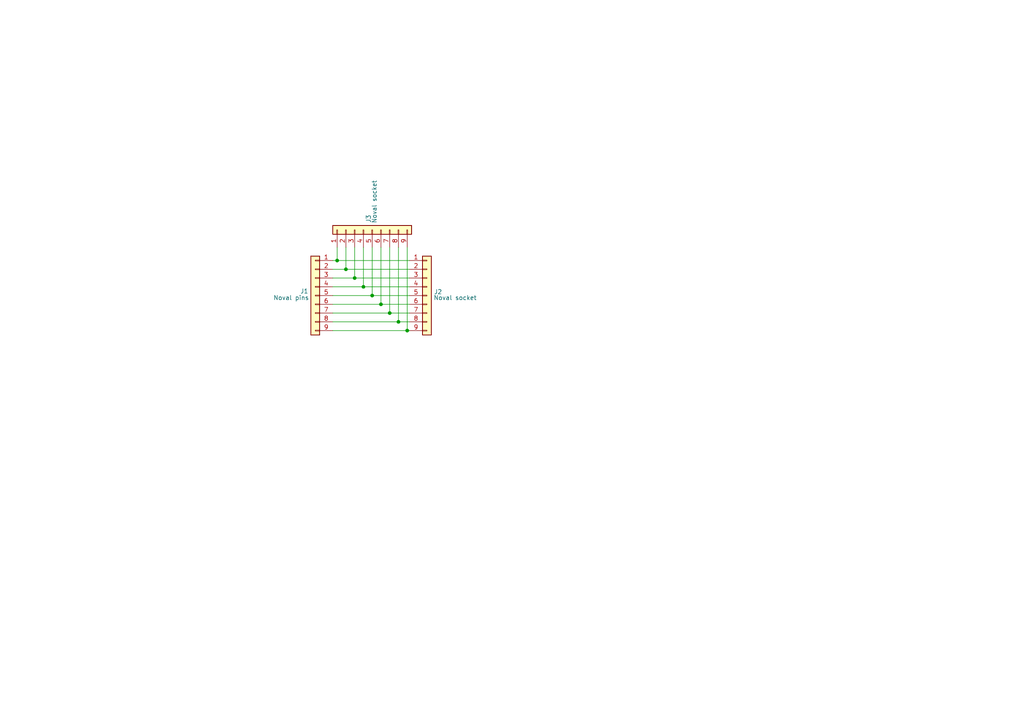
<source format=kicad_sch>
(kicad_sch (version 20230121) (generator eeschema)
  (paper "A4")
  (lib_symbols
    (symbol "Connector_Generic:Conn_01x09" (pin_names (offset 1.016) hide)
      (property "Reference" "J" (at 0 12.7 0))
      (property "Value" "Conn_01x09" (at 0 -12.7 0))
      (symbol "Conn_01x09_1_1"
        (rectangle (start -1.27 -10.033) (end 0 -10.287) (stroke (width 0.1524)))
        (rectangle (start -1.27 -7.493) (end 0 -7.747) (stroke (width 0.1524)))
        (rectangle (start -1.27 -4.953) (end 0 -5.207) (stroke (width 0.1524)))
        (rectangle (start -1.27 -2.413) (end 0 -2.667) (stroke (width 0.1524)))
        (rectangle (start -1.27 0.127) (end 0 -0.127) (stroke (width 0.1524)))
        (rectangle (start -1.27 2.667) (end 0 2.413) (stroke (width 0.1524)))
        (rectangle (start -1.27 5.207) (end 0 4.953) (stroke (width 0.1524)))
        (rectangle (start -1.27 7.747) (end 0 7.493) (stroke (width 0.1524)))
        (rectangle (start -1.27 10.287) (end 0 10.033) (stroke (width 0.1524)))
        (rectangle (start -1.27 11.43) (end 1.27 -11.43) (stroke (width 0.254)) (fill (type background)))
        (pin passive line (at -5.08 10.16 0) (length 3.81) (name "Pin_1") (number "1"))
        (pin passive line (at -5.08 7.62 0) (length 3.81) (name "Pin_2") (number "2"))
        (pin passive line (at -5.08 5.08 0) (length 3.81) (name "Pin_3") (number "3"))
        (pin passive line (at -5.08 2.54 0) (length 3.81) (name "Pin_4") (number "4"))
        (pin passive line (at -5.08 0 0) (length 3.81) (name "Pin_5") (number "5"))
        (pin passive line (at -5.08 -2.54 0) (length 3.81) (name "Pin_6") (number "6"))
        (pin passive line (at -5.08 -5.08 0) (length 3.81) (name "Pin_7") (number "7"))
        (pin passive line (at -5.08 -7.62 0) (length 3.81) (name "Pin_8") (number "8"))
        (pin passive line (at -5.08 -10.16 0) (length 3.81) (name "Pin_9") (number "9"))
      )
    )
  )
  (junction (at 118.11 95.885))
  (junction (at 113.03 90.805))
  (junction (at 107.95 85.725))
  (junction (at 110.49 88.265))
  (junction (at 115.57 93.345))
  (junction (at 105.41 83.185))
  (junction (at 97.79 75.565))
  (junction (at 100.33 78.105))
  (junction (at 102.87 80.645))
  (wire (pts (xy 102.87 71.755) (xy 102.87 80.645)))
  (wire (pts (xy 96.52 93.345) (xy 115.57 93.345)))
  (wire (pts (xy 115.57 71.755) (xy 115.57 93.345)))
  (wire (pts (xy 96.52 75.565) (xy 97.79 75.565)))
  (wire (pts (xy 100.33 78.105) (xy 118.745 78.105)))
  (wire (pts (xy 102.87 80.645) (xy 118.745 80.645)))
  (wire (pts (xy 96.52 85.725) (xy 107.95 85.725)))
  (wire (pts (xy 96.52 83.185) (xy 105.41 83.185)))
  (wire (pts (xy 96.52 78.105) (xy 100.33 78.105)))
  (wire (pts (xy 96.52 90.805) (xy 113.03 90.805)))
  (wire (pts (xy 110.49 71.755) (xy 110.49 88.265)))
  (wire (pts (xy 105.41 83.185) (xy 118.745 83.185)))
  (wire (pts (xy 96.52 95.885) (xy 118.11 95.885)))
  (wire (pts (xy 110.49 88.265) (xy 118.745 88.265)))
  (wire (pts (xy 96.52 88.265) (xy 110.49 88.265)))
  (wire (pts (xy 100.33 71.755) (xy 100.33 78.105)))
  (wire (pts (xy 105.41 71.755) (xy 105.41 83.185)))
  (wire (pts (xy 97.79 71.755) (xy 97.79 75.565)))
  (wire (pts (xy 118.11 71.755) (xy 118.11 95.885)))
  (wire (pts (xy 115.57 93.345) (xy 118.745 93.345)))
  (wire (pts (xy 118.11 95.885) (xy 118.745 95.885)))
  (wire (pts (xy 96.52 80.645) (xy 102.87 80.645)))
  (wire (pts (xy 107.95 71.755) (xy 107.95 85.725)))
  (wire (pts (xy 113.03 71.755) (xy 113.03 90.805)))
  (wire (pts (xy 97.79 75.565) (xy 118.745 75.565)))
  (wire (pts (xy 113.03 90.805) (xy 118.745 90.805)))
  (wire (pts (xy 107.95 85.725) (xy 118.745 85.725)))
  (symbol (lib_id "Connector_Generic:Conn_01x09") (at 91.44 85.725 0) (mirror y) (unit 1)
    (property "Reference" "J1" (at 88.265 84.455 0))
    (property "Value" "Noval pins" (at 84.455 86.36 0))
    (property "Footprint" "myDevices:NovalTestAdapterPins" (effects hide))
  )
  (symbol (lib_id "Connector_Generic:Conn_01x09") (at 123.825 85.725 0) (unit 1)
    (property "Reference" "J2" (at 125.857 84.6582 0) (effects (justify left)))
    (property "Value" "Noval socket" (at 125.73 86.36 0) (effects (justify left)))
    (property "Footprint" "myDevices:NovalTestAdapterSocket" (effects hide))
  )
  (symbol (lib_id "Connector_Generic:Conn_01x09") (at 107.95 66.675 90) (unit 1)
    (property "Reference" "J3" (at 106.8832 64.643 0) (effects (justify left)))
    (property "Value" "Noval socket" (at 108.585 64.77 0) (effects (justify left)))
    (property "Footprint" "myDevices:NovalTestAdapterOutputs" (effects hide))
  )
)
</source>
